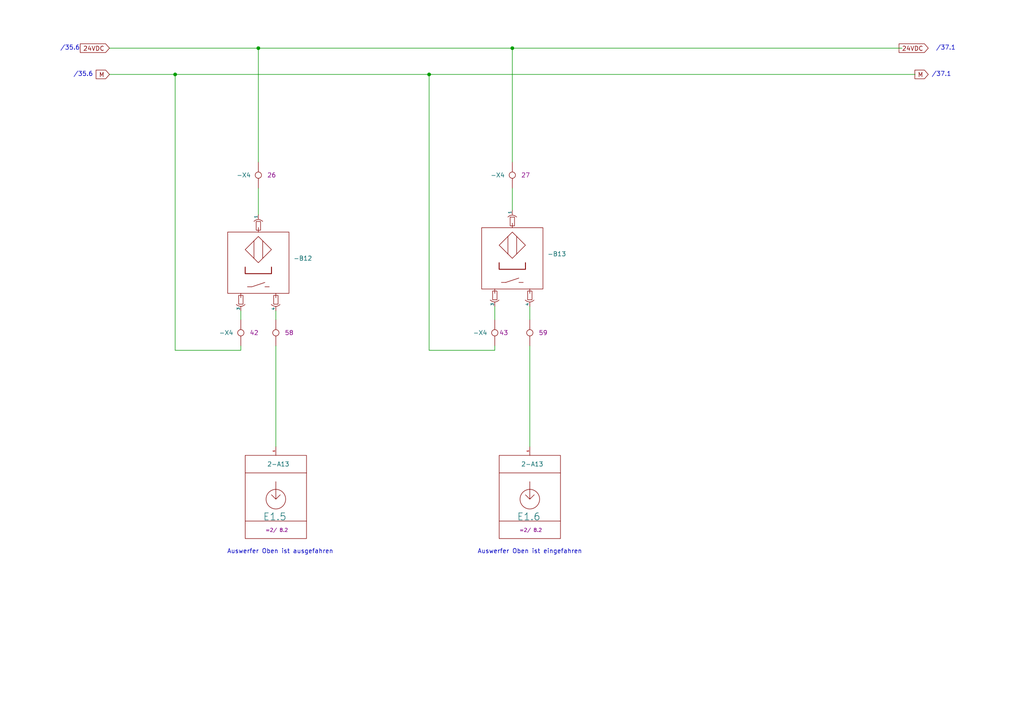
<source format=kicad_sch>
(kicad_sch (version 20250114) (generator "eeschema") (generator_version "9.0")
  (paper "A4")
  (title_block (comment 4 "17"))
  (lib_symbols
    (symbol "Verbinder_Standart_einfach_(X)_1" (pin_numbers (hide yes)) (pin_names (offset 0))
      (property "Reference" "-X" (at -4.572 2.794 0))
      (property "Nummer" "x" (at 3.048 3.048 0))
      (symbol "Verbinder_Standart_einfach_(X)_1_0_1"
        (polyline (pts (xy 0 1.27) (xy 0 1.016)))
        (circle (center 0 0) (radius 0.9158))
        (polyline (pts (xy 0 -1.27) (xy 0 -1.016)))
      )
      (symbol "Verbinder_Standart_einfach_(X)_1_1_1"
        (pin passive line (at 0 3.81 270) (length 2.54) (name "") (number ""))
        (pin passive line (at 0 -3.81 90) (length 2.54) (name "") (number ""))
      )
    )
    (symbol "Verbinder_Standart_einfach_(X)_2" (pin_numbers (hide yes)) (pin_names (offset 0))
      (property "Reference" "-X" (at -4.572 2.794 0))
      (property "Nummer" "x" (at 3.048 3.048 0))
      (symbol "Verbinder_Standart_einfach_(X)_2_0_1"
        (polyline (pts (xy 0 1.27) (xy 0 1.016)))
        (circle (center 0 0) (radius 0.9158))
        (polyline (pts (xy 0 -1.27) (xy 0 -1.016)))
      )
      (symbol "Verbinder_Standart_einfach_(X)_2_1_1"
        (pin passive line (at 0 3.81 270) (length 2.54) (name "") (number ""))
        (pin passive line (at 0 -3.81 90) (length 2.54) (name "") (number ""))
      )
    )
    (symbol "Verbinder_Standart_einfach_(X)_3" (pin_numbers (hide yes)) (pin_names (offset 0))
      (property "Reference" "-X" (at -4.572 2.794 0))
      (property "Nummer" "x" (at 3.048 3.048 0))
      (symbol "Verbinder_Standart_einfach_(X)_3_0_1"
        (polyline (pts (xy 0 1.27) (xy 0 1.016)))
        (circle (center 0 0) (radius 0.9158))
        (polyline (pts (xy 0 -1.27) (xy 0 -1.016)))
      )
      (symbol "Verbinder_Standart_einfach_(X)_3_1_1"
        (pin passive line (at 0 3.81 270) (length 2.54) (name "") (number ""))
        (pin passive line (at 0 -3.81 90) (length 2.54) (name "") (number ""))
      )
    )
    (symbol "Verbinder_Standart_einfach_(X)_4" (pin_numbers (hide yes)) (pin_names (offset 0))
      (property "Reference" "-X" (at -4.572 2.794 0))
      (property "Nummer" "x" (at 3.048 3.048 0))
      (symbol "Verbinder_Standart_einfach_(X)_4_0_1"
        (polyline (pts (xy 0 1.27) (xy 0 1.016)))
        (circle (center 0 0) (radius 0.9158))
        (polyline (pts (xy 0 -1.27) (xy 0 -1.016)))
      )
      (symbol "Verbinder_Standart_einfach_(X)_4_1_1"
        (pin passive line (at 0 3.81 270) (length 2.54) (name "") (number ""))
        (pin passive line (at 0 -3.81 90) (length 2.54) (name "") (number ""))
      )
    )
    (symbol "Verbinder_Standart_einfach_(X)_5" (pin_numbers (hide yes)) (pin_names (offset 0))
      (property "Reference" "-X" (at -4.572 2.794 0))
      (property "Nummer" "x" (at 3.048 3.048 0))
      (symbol "Verbinder_Standart_einfach_(X)_5_0_1"
        (polyline (pts (xy 0 1.27) (xy 0 1.016)))
        (circle (center 0 0) (radius 0.9158))
        (polyline (pts (xy 0 -1.27) (xy 0 -1.016)))
      )
      (symbol "Verbinder_Standart_einfach_(X)_5_1_1"
        (pin passive line (at 0 3.81 270) (length 2.54) (name "") (number ""))
        (pin passive line (at 0 -3.81 90) (length 2.54) (name "") (number ""))
      )
    )
    (symbol "standart:PLC_IN_(E)" (on_board no)
      (property "Reference" "-E" (at -6.35 10.16 0))
      (property "Target" "=Gruppe/ Seite.Pfad" (at 0.254 -8.382 0))
      (symbol "PLC_IN_(E)_0_1"
        (rectangle (start -8.89 12.7) (end 8.89 -11.43))
        (polyline (pts (xy -8.89 7.62) (xy 8.89 7.62)))
        (polyline (pts (xy -8.89 -6.35) (xy 8.89 -6.35)))
        (polyline (pts (xy 0 5.08) (xy 0 0) (xy 1.27 1.27) (xy 0 0) (xy -1.27 1.27)))
        (circle (center 0 0) (radius 2.8398))
      )
      (symbol "PLC_IN_(E)_1_1"
        (pin input line (at 0 15.24 270) (length 2.54) (name "") (number "1"))
      )
    )
    (symbol "standart:Sensor_PNP_Fe_(B)_NO" (pin_numbers (hide yes)) (pin_names (offset 0))
      (property "Reference" "-B" (at -13.462 11.176 0))
      (symbol "Sensor_PNP_Fe_(B)_NO_0_1"
        (rectangle (start -8.89 8.89) (end 8.89 -8.89))
        (polyline (pts (xy -5.08 -8.89) (xy -5.08 -10.16)))
        (polyline (pts (xy -3.81 3.81) (xy 0 7.62) (xy 3.81 3.81) (xy 0 0) (xy -3.81 3.81)))
        (polyline (pts (xy -1.905 -6.985) (xy -3.175 -6.985)))
        (polyline (pts (xy -1.905 -6.985) (xy 1.905 -5.715)))
        (polyline (pts (xy -1.27 6.35) (xy -1.27 1.27)))
        (rectangle (start 0 10.16) (end 0 10.16))
        (rectangle (start 0 10.16) (end 0 10.16))
        (polyline (pts (xy 0 8.89) (xy 0 10.16)))
        (polyline (pts (xy 1.27 6.35) (xy 1.27 1.27)))
        (polyline (pts (xy 3.175 -6.985) (xy 1.905 -6.985)))
        (polyline (pts (xy 5.08 -8.89) (xy 5.08 -10.16)))
      )
      (symbol "Sensor_PNP_Fe_(B)_NO_1_1"
        (rectangle (start -5.7031 -9.4835) (end -4.4331 -12.0235) (fill (type color)))
        (bezier (pts (xy -3.8638 -12.0969) (xy -5.1338 -13.3669) (xy -6.4038 -12.0969) (xy -6.4038 -12.0969)))
        (polyline (pts (xy -3.81 -1.27) (xy -3.81 -3.175) (xy 3.81 -3.175) (xy 3.81 -1.27)) (stroke (width 0.254)))
        (bezier (pts (xy -1.2707 11.9806) (xy -0.0007 13.2506) (xy 1.2693 11.9806) (xy 1.2693 11.9806)))
        (rectangle (start -0.629 11.9632) (end 0.641 9.4232) (fill (type color)))
        (rectangle (start 4.4492 -9.4835) (end 5.7192 -12.0235) (fill (type color)))
        (bezier (pts (xy 6.2858 -12.1072) (xy 5.0158 -13.3772) (xy 3.7458 -12.1072) (xy 3.7458 -12.1072)))
        (pin passive line (at -5.08 -13.97 90) (length 1.27) (name "3") (number "3"))
        (pin passive line (at 0 13.97 270) (length 1.27) (name "1") (number "1"))
        (pin passive line (at 5.08 -13.97 90) (length 1.27) (name "4") (number "4"))
      )
    )
    (symbol "standart:Verbinder_Standart_einfach_(X)" (pin_numbers (hide yes)) (pin_names (offset 0))
      (property "Reference" "-X" (at -4.572 2.794 0))
      (property "Nummer" "x" (at 3.048 3.048 0))
      (symbol "Verbinder_Standart_einfach_(X)_0_1"
        (polyline (pts (xy 0 1.27) (xy 0 1.016)))
        (circle (center 0 0) (radius 0.9158))
        (polyline (pts (xy 0 -1.27) (xy 0 -1.016)))
      )
      (symbol "Verbinder_Standart_einfach_(X)_1_1"
        (pin passive line (at 0 3.81 270) (length 2.54) (name "") (number ""))
        (pin passive line (at 0 -3.81 90) (length 2.54) (name "") (number ""))
      )
    )
  )
  (text "Auswerfer Oben ist eingefahren" (at 153.67 160.02 0) (effects (font (size 1.27 1.27))))
  (text "Auswerfer Oben ist ausgefahren" (at 81.28 160.02 0) (effects (font (size 1.27 1.27))))
  (text "/37.1" (at 273.05 21.59 0) (effects (font (size 1.27 1.27))))
  (text "/37.1" (at 274.32 13.97 0) (effects (font (size 1.27 1.27))))
  (text "/35.6\n" (at 20.32 13.97 0) (effects (font (size 1.27 1.27))))
  (text "/35.6\n" (at 24.13 21.59 0) (effects (font (size 1.27 1.27))))
  (junction (at 74.93 13.97))
  (junction (at 148.59 13.97))
  (junction (at 50.8 21.59))
  (junction (at 124.46 21.59))
  (wire (pts (xy 153.67 100.33) (xy 153.67 129.54)))
  (wire (pts (xy 80.01 100.33) (xy 80.01 129.54)))
  (wire (pts (xy 50.8 21.59) (xy 50.8 101.6)))
  (wire (pts (xy 50.8 21.59) (xy 124.46 21.59)))
  (wire (pts (xy 50.8 101.6) (xy 69.85 101.6)))
  (wire (pts (xy 143.51 88.9) (xy 143.51 92.71)))
  (wire (pts (xy 74.93 13.97) (xy 74.93 46.99)))
  (wire (pts (xy 148.59 13.97) (xy 148.59 46.99)))
  (wire (pts (xy 69.85 90.17) (xy 69.85 92.71)))
  (wire (pts (xy 69.85 100.33) (xy 69.85 101.6)))
  (wire (pts (xy 124.46 21.59) (xy 124.46 101.6)))
  (wire (pts (xy 31.75 21.59) (xy 50.8 21.59)))
  (wire (pts (xy 153.67 88.9) (xy 153.67 92.71)))
  (wire (pts (xy 74.93 13.97) (xy 148.59 13.97)))
  (wire (pts (xy 148.59 13.97) (xy 261.62 13.97)))
  (wire (pts (xy 124.46 101.6) (xy 143.51 101.6)))
  (wire (pts (xy 148.59 54.61) (xy 148.59 60.96)))
  (wire (pts (xy 80.01 90.17) (xy 80.01 92.71)))
  (wire (pts (xy 124.46 21.59) (xy 265.43 21.59)))
  (wire (pts (xy 31.75 13.97) (xy 74.93 13.97)))
  (wire (pts (xy 143.51 100.33) (xy 143.51 101.6)))
  (wire (pts (xy 74.93 54.61) (xy 74.93 62.23)))
  (global_label "M" (shape input) (at 269.24 21.59 180) (property "Intersheetrefs" "${INTERSHEET_REFS}" (effects (hide yes))))
  (global_label "M" (shape input) (at 31.75 21.59 180) (property "Intersheetrefs" "${INTERSHEET_REFS}" (effects (hide yes))))
  (global_label "24VDC" (shape input) (at 31.75 13.97 180) (property "Intersheetrefs" "${INTERSHEET_REFS}" (effects (hide yes))))
  (global_label "24VDC" (shape input) (at 269.24 13.97 180) (property "Intersheetrefs" "${INTERSHEET_REFS}" (effects (hide yes))))
  (symbol (lib_id "standart:Sensor_PNP_Fe_(B)_NO") (at 148.59 74.93 0) (unit 1)
    (property "Reference" "-B13" (at 158.75 73.6599 0) (effects (justify left)))
  )
  (symbol (lib_id "standart:PLC_IN_(E)") (at 80.01 144.78 0) (unit 1) (on_board no)
    (property "Reference" "E1.5" (at 76.2 149.86 0) (effects (font (size 2.032 2.032)) (justify left)))
    (property "Value" "2-A13" (at 77.47 134.62 0) (effects (justify left)))
    (property "Target" "=2/ 8.2" (at 80.264 153.162 0) (effects (font (size 1.016 1.016)) (justify top)))
  )
  (symbol (lib_id "standart:Sensor_PNP_Fe_(B)_NO") (at 74.93 76.2 0) (unit 1)
    (property "Reference" "-B12" (at 85.09 74.9299 0) (effects (justify left)))
  )
  (symbol (lib_name "Verbinder_Standart_einfach_(X)_5") (lib_id "standart:Verbinder_Standart_einfach_(X)") (at 153.67 96.52 0) (unit 1)
    (property "Reference" "-X20" (effects (hide yes)))
    (property "Description" "Verbinder" (effects (hide yes)))
    (property "Nummer" "59" (at 156.21 96.52 0) (effects (justify left)))
  )
  (symbol (lib_name "Verbinder_Standart_einfach_(X)_2") (lib_id "standart:Verbinder_Standart_einfach_(X)") (at 80.01 96.52 0) (unit 1)
    (property "Reference" "-X17" (effects (hide yes)))
    (property "Description" "Verbinder" (effects (hide yes)))
    (property "Nummer" "58" (at 82.55 96.5199 0) (effects (justify left)))
  )
  (symbol (lib_id "standart:PLC_IN_(E)") (at 153.67 144.78 0) (unit 1) (on_board no)
    (property "Reference" "E1.6" (at 149.86 149.86 0) (effects (font (size 2.032 2.032)) (justify left)))
    (property "Value" "2-A13" (at 151.13 134.62 0) (effects (justify left)))
    (property "Target" "=2/ 8.2" (at 153.924 153.162 0) (effects (font (size 1.016 1.016)) (justify top)))
  )
  (symbol (lib_id "standart:Verbinder_Standart_einfach_(X)") (at 74.93 50.8 0) (unit 1)
    (property "Reference" "-X4" (at 68.58 50.8 0) (effects (justify left)))
    (property "Description" "Verbinder" (effects (hide yes)))
    (property "Nummer" "26" (at 77.47 50.8 0) (effects (justify left)))
  )
  (symbol (lib_name "Verbinder_Standart_einfach_(X)_1") (lib_id "standart:Verbinder_Standart_einfach_(X)") (at 69.85 96.52 0) (unit 1)
    (property "Reference" "-X4" (at 63.5 96.52 0) (effects (justify left)))
    (property "Description" "Verbinder" (effects (hide yes)))
    (property "Nummer" "42" (at 72.39 96.52 0) (effects (justify left)))
  )
  (symbol (lib_name "Verbinder_Standart_einfach_(X)_3") (lib_id "standart:Verbinder_Standart_einfach_(X)") (at 148.59 50.8 0) (unit 1)
    (property "Reference" "-X4" (at 142.24 50.8 0) (effects (justify left)))
    (property "Description" "Verbinder" (effects (hide yes)))
    (property "Nummer" "27" (at 151.13 50.8 0) (effects (justify left)))
  )
  (symbol (lib_name "Verbinder_Standart_einfach_(X)_4") (lib_id "standart:Verbinder_Standart_einfach_(X)") (at 143.51 96.52 0) (unit 1)
    (property "Reference" "-X4" (at 137.16 96.52 0) (effects (justify left)))
    (property "Description" "Verbinder" (effects (hide yes)))
    (property "Nummer" "43" (at 144.78 96.52 0) (effects (justify left)))
  )
  (sheet (at 327.66 0) (size 292.1 209.55) (stroke (width 0.1524))
    (property "Sheetname" "Auswerfer Unten" (at 327.66 -0.7116 0) (effects (justify left bottom)))
    (property "Sheetfile" "Auswerfer Unten.kicad_sch" (at 327.66 210.1346 0) (effects (justify left top)))
  )
)
</source>
